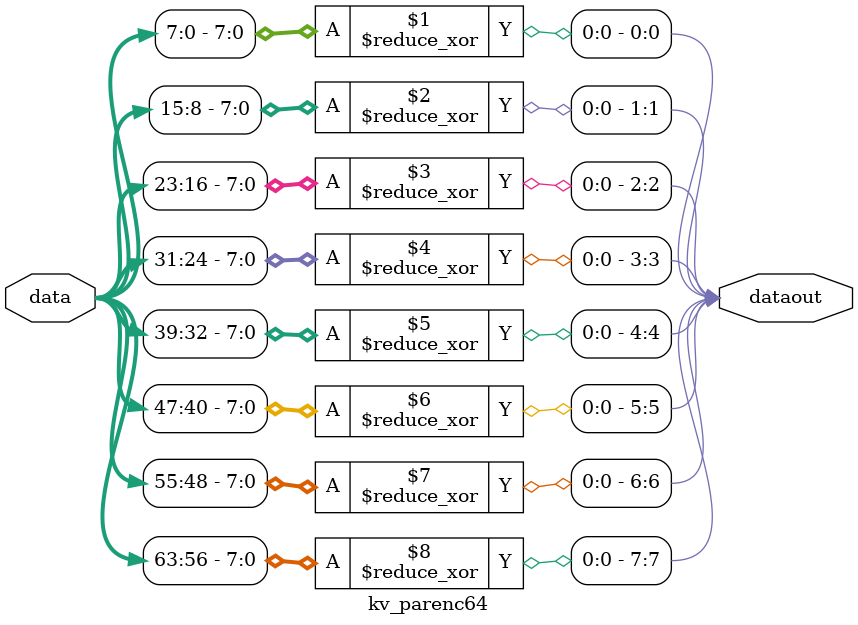
<source format=v>

module kv_parenc64 (
    data,
    dataout
);
input [63:0] data;
output [7:0] dataout;


assign dataout[0] = ^data[7:0];
assign dataout[1] = ^data[15:8];
assign dataout[2] = ^data[23:16];
assign dataout[3] = ^data[31:24];
assign dataout[4] = ^data[39:32];
assign dataout[5] = ^data[47:40];
assign dataout[6] = ^data[55:48];
assign dataout[7] = ^data[63:56];
endmodule


</source>
